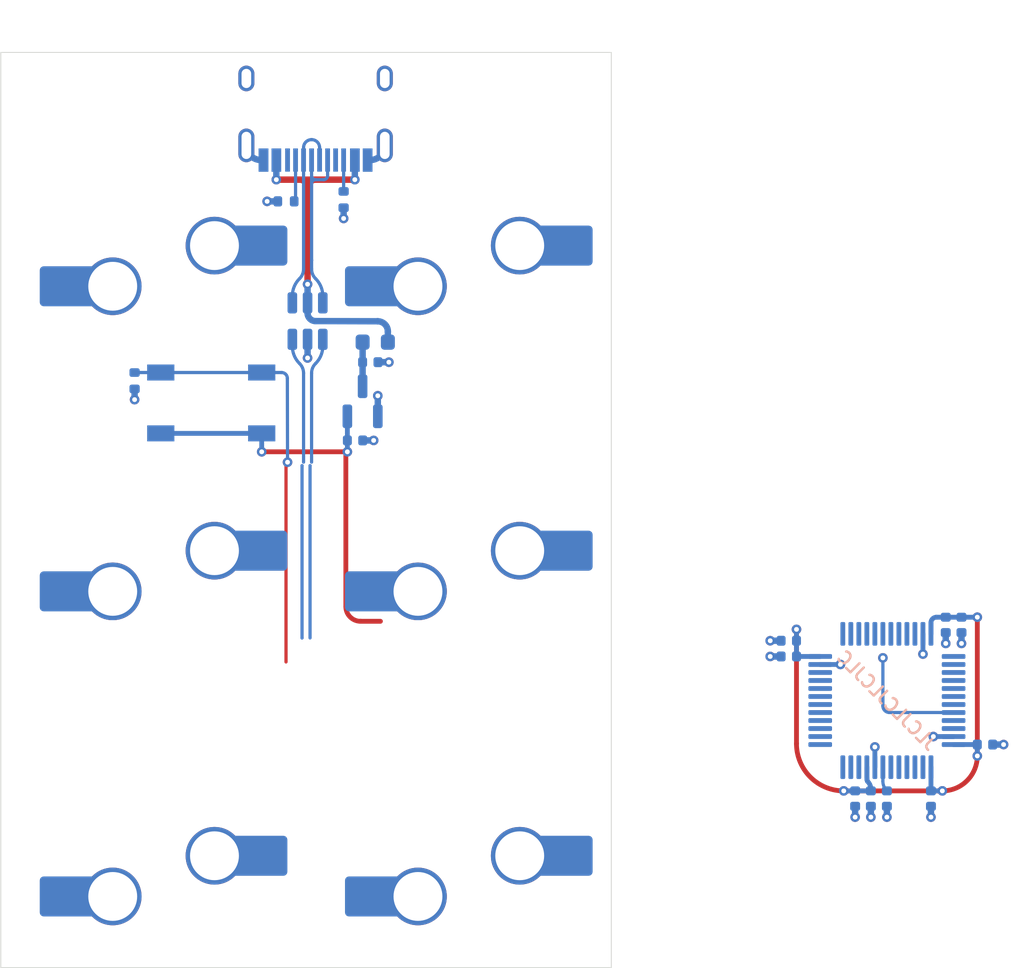
<source format=kicad_pcb>
(kicad_pcb (version 20240108) (generator "pcbnew") (generator_version "8.0")
  (title_block (title "ScottoModules (STM32F072CBT6)") (date "2024-07-13") (rev "2.0.0") (company "ScottoKeebs") (comment 1 "GND filled zone should be on In1.Cu and In2.Cu on a 4 layer board.") (comment 2 "GND can be used on F.Cu and B.Cu on a 2 layer board but not encouraged."))
  (layers (0 "F.Cu" signal) (1 "In1.Cu" signal) (2 "In2.Cu" signal) (31 "B.Cu" signal) (34 "B.Paste" user) (35 "F.Paste" user) (36 "B.SilkS" user "B.Silkscreen") (37 "F.SilkS" user "F.Silkscreen") (38 "B.Mask" user) (39 "F.Mask" user) (44 "Edge.Cuts" user))
  (net 0 "")
  (net 1 "GND")
  (net 2 "+3.3V")
  (net 3 "+5V")
  (net 4 "VBUS")
  (net 5 "/USB_D+")
  (net 6 "Net-(J1-CC1)")
  (net 7 "/USB_D-")
  (net 8 "Net-(J1-CC2)")
  (net 9 "/A7")
  (net 10 "/A0")
  (net 11 "/A6")
  (net 12 "/A9")
  (net 13 "/A5")
  (net 14 "/A3")
  (net 15 "/A1")
  (net 16 "/A8")
  (net 17 "/A4")
  (net 18 "/A13")
  (net 19 "/A14")
  (net 20 "/A15")
  (net 21 "/A10")
  (net 22 "/A2")
  (net 23 "/MCU_D-")
  (net 24 "/MCU_D+")
  (net 25 "/NRST")
  (net 26 "/BOOT0")
  (net 27 "/B12")
  (net 28 "/B3")
  (net 29 "/B6")
  (net 30 "/B0")
  (net 31 "/B8")
  (net 32 "/B7")
  (net 33 "/B2")
  (net 34 "/B4")
  (net 35 "/B1")
  (net 36 "/B13")
  (net 37 "/F1")
  (net 38 "/B9")
  (net 39 "/C13")
  (net 40 "/B10")
  (net 41 "/C14")
  (net 42 "/B15")
  (net 43 "/F0")
  (net 44 "/C15")
  (net 45 "/B11")
  (net 46 "/B5")
  (net 47 "/B14")
  (footprint "ScottoKeebs_Components:Resistor_0402" (layer "B.Cu") (at 153.507494 79.617558 -90)
    (property "Reference" "R3" (hide yes))
    (property "Value" "5.1k" (hide yes))
    (pad "1" smd roundrect (at -0.51 0 270) (size 0.54 0.64) (layers "B.Cu" "B.Paste" "B.Mask") (net 8 "Net-(J1-CC2)"))
    (pad "2" smd roundrect (at 0.51 0 270) (size 0.54 0.64) (layers "B.Cu" "B.Paste" "B.Mask") (net 1 "GND"))
  )
  (footprint "ScottoKeebs_Components:Capacitor_0402" (layer "B.Cu") (at 191.084953 106.17503 90)
    (property "Reference" "C16" (hide yes))
    (property "Value" "100nF")
    (pad "1" smd roundrect (at -0.48 0 90) (size 0.56 0.62) (layers "B.Cu" "B.Paste" "B.Mask") (net 1 "GND"))
    (pad "2" smd roundrect (at 0.48 0 90) (size 0.56 0.62) (layers "B.Cu" "B.Paste" "B.Mask") (net 2 "+3.3V"))
  )
  (footprint "ScottoKeebs_Scotto:MX_Hotswap_1.00u" (layer "B.Cu") (at 142.272445 83.762005 180)
    (property "Reference" "REF**" (hide yes))
    (property "Value" "MX_1.00u_PG151101S11")
    (pad "" np_thru_hole circle (at -4.445 3.81) (size 1.75 1.75) (drill 1.75) (layers "F&B.Cu" "*.Mask") (clearance 0.1))
    (pad "" np_thru_hole circle (at 0.635 3.81) (size 4 4) (drill 4) (layers "*.Cu" "*.Mask"))
    (pad "" np_thru_hole circle (at 5.715 3.81) (size 1.75 1.75) (drill 1.75) (layers "*.Cu" "*.Mask"))
    (pad "1" smd roundrect (at -5.95 1.27) (size 3.55 2.5) (layers "B.Cu") (roundrect_rratio 0.1))
    (pad "1" thru_hole circle (at -3.175 1.27) (size 3.6 3.6) (drill 3.05) (layers "*.Cu" "*.Mask"))
    (pad "2" thru_hole circle (at 3.175 -1.27) (size 3.6 3.6) (drill 3.05) (layers "*.Cu" "*.Mask"))
    (pad "2" smd roundrect (at 5.955 -1.27) (size 3.55 2.5) (layers "B.Cu") (roundrect_rratio 0.1))
  )
  (footprint "ScottoKeebs_Components:USB_C_HRO_TYPE-C-31-M-12" (layer "B.Cu") (at 151.757492 73.105058)
    (property "Reference" "J1" (hide yes))
    (property "Value" "USB_C")
    (pad "" np_thru_hole circle (at -2.89 2.6) (size 0.65 0.65) (drill 0.65) (layers "*.Cu" "*.Mask"))
    (pad "" np_thru_hole circle (at 2.89 2.6) (size 0.65 0.65) (drill 0.65) (layers "*.Cu" "*.Mask"))
    (pad "A1" smd rect (at -3.25 4.045) (size 0.6 1.45) (layers "B.Cu" "B.Paste" "B.Mask") (net 1 "GND"))
    (pad "A4" smd rect (at -2.45 4.045) (size 0.6 1.45) (layers "B.Cu" "B.Paste" "B.Mask") (net 4 "VBUS"))
    (pad "A5" smd rect (at -1.25 4.045) (size 0.3 1.45) (layers "B.Cu" "B.Paste" "B.Mask") (net 6 "Net-(J1-CC1)"))
    (pad "A6" smd rect (at -0.25 4.045) (size 0.3 1.45) (layers "B.Cu" "B.Paste" "B.Mask") (net 5 "/USB_D+"))
    (pad "A7" smd rect (at 0.25 4.045) (size 0.3 1.45) (layers "B.Cu" "B.Paste" "B.Mask") (net 7 "/USB_D-"))
    (pad "A8" smd rect (at 1.25 4.045) (size 0.3 1.45) (layers "B.Cu" "B.Paste" "B.Mask"))
    (pad "A9" smd rect (at 2.45 4.045) (size 0.6 1.45) (layers "B.Cu" "B.Paste" "B.Mask") (net 4 "VBUS"))
    (pad "A12" smd rect (at 3.25 4.045) (size 0.6 1.45) (layers "B.Cu" "B.Paste" "B.Mask") (net 1 "GND"))
    (pad "B1" smd rect (at 3.25 4.045) (size 0.6 1.45) (layers "B.Cu" "B.Paste" "B.Mask") (net 1 "GND"))
    (pad "B4" smd rect (at 2.45 4.045) (size 0.6 1.45) (layers "B.Cu" "B.Paste" "B.Mask") (net 4 "VBUS"))
    (pad "B5" smd rect (at 1.75 4.045) (size 0.3 1.45) (layers "B.Cu" "B.Paste" "B.Mask") (net 8 "Net-(J1-CC2)"))
    (pad "B6" smd rect (at 0.75 4.045) (size 0.3 1.45) (layers "B.Cu" "B.Paste" "B.Mask") (net 5 "/USB_D+"))
    (pad "B7" smd rect (at -0.75 4.045) (size 0.3 1.45) (layers "B.Cu" "B.Paste" "B.Mask") (net 7 "/USB_D-"))
    (pad "B8" smd rect (at -1.75 4.045) (size 0.3 1.45) (layers "B.Cu" "B.Paste" "B.Mask"))
    (pad "B9" smd rect (at -2.45 4.045) (size 0.6 1.45) (layers "B.Cu" "B.Paste" "B.Mask") (net 4 "VBUS"))
    (pad "B12" smd rect (at -3.25 4.045) (size 0.6 1.45) (layers "B.Cu" "B.Paste" "B.Mask") (net 1 "GND"))
    (pad "S1" thru_hole oval (at -4.32 -1.05) (size 1 1.6) (drill oval 0.6 1.2) (layers "*.Cu" "*.Mask") (net 1 "GND"))
    (pad "S1" thru_hole oval (at -4.32 3.13) (size 1 2.1) (drill oval 0.6 1.7) (layers "*.Cu" "*.Mask") (net 1 "GND"))
    (pad "S1" thru_hole oval (at 4.32 -1.05) (size 1 1.6) (drill oval 0.6 1.2) (layers "*.Cu" "*.Mask") (net 1 "GND"))
    (pad "S1" thru_hole oval (at 4.32 3.13) (size 1 2.1) (drill oval 0.6 1.7) (layers "*.Cu" "*.Mask") (net 1 "GND"))
  )
  (footprint "ScottoKeebs_Components:ESD_SOT-23-6" (layer "B.Cu") (at 151.257492 87.205058 90)
    (property "Reference" "U4" (hide yes))
    (property "Value" "USBLC6-2SC6" (hide yes))
    (pad "1" smd roundrect (at -1.1375 0.95 90) (size 1.325 0.6) (layers "B.Cu" "B.Paste" "B.Mask") (net 24 "/MCU_D+"))
    (pad "2" smd roundrect (at -1.1375 0 90) (size 1.325 0.6) (layers "B.Cu" "B.Paste" "B.Mask") (net 1 "GND"))
    (pad "3" smd roundrect (at -1.1375 -0.95 90) (size 1.325 0.6) (layers "B.Cu" "B.Paste" "B.Mask") (net 23 "/MCU_D-"))
    (pad "4" smd roundrect (at 1.1375 -0.95 90) (size 1.325 0.6) (layers "B.Cu" "B.Paste" "B.Mask") (net 7 "/USB_D-"))
    (pad "5" smd roundrect (at 1.1375 0 90) (size 1.325 0.6) (layers "B.Cu" "B.Paste" "B.Mask") (net 4 "VBUS"))
    (pad "6" smd roundrect (at 1.1375 0.95 90) (size 1.325 0.6) (layers "B.Cu" "B.Paste" "B.Mask") (net 5 "/USB_D+"))
  )
  (footprint "ScottoKeebs_Scotto:MX_Hotswap_1.00u" (layer "B.Cu") (at 142.272445 102.812005 180)
    (property "Reference" "REF**" (hide yes))
    (property "Value" "MX_1.00u_PG151101S11")
    (pad "" np_thru_hole circle (at -4.445 3.81) (size 1.75 1.75) (drill 1.75) (layers "F&B.Cu" "*.Mask") (clearance 0.1))
    (pad "" np_thru_hole circle (at 0.635 3.81) (size 4 4) (drill 4) (layers "*.Cu" "*.Mask"))
    (pad "" np_thru_hole circle (at 5.715 3.81) (size 1.75 1.75) (drill 1.75) (layers "*.Cu" "*.Mask"))
    (pad "1" smd roundrect (at -5.95 1.27) (size 3.55 2.5) (layers "B.Cu") (roundrect_rratio 0.1))
    (pad "1" thru_hole circle (at -3.175 1.27) (size 3.6 3.6) (drill 3.05) (layers "*.Cu" "*.Mask"))
    (pad "2" thru_hole circle (at 3.175 -1.27) (size 3.6 3.6) (drill 3.05) (layers "*.Cu" "*.Mask"))
    (pad "2" smd roundrect (at 5.955 -1.27) (size 3.55 2.5) (layers "B.Cu") (roundrect_rratio 0.1))
  )
  (footprint "ScottoKeebs_Components:Capacitor_0402" (layer "B.Cu") (at 193.534946 113.647529 180)
    (property "Reference" "C13" (hide yes))
    (property "Value" "100nF")
    (pad "1" smd roundrect (at -0.48 0 180) (size 0.56 0.62) (layers "B.Cu" "B.Paste" "B.Mask") (net 1 "GND"))
    (pad "2" smd roundrect (at 0.48 0 180) (size 0.56 0.62) (layers "B.Cu" "B.Paste" "B.Mask") (net 2 "+3.3V"))
  )
  (footprint "ScottoKeebs_Components:Capacitor_0402" (layer "B.Cu") (at 186.412446 117.020029 90)
    (property "Reference" "C14" (hide yes))
    (property "Value" "10nF")
    (pad "1" smd roundrect (at -0.48 0 90) (size 0.56 0.62) (layers "B.Cu" "B.Paste" "B.Mask") (net 1 "GND"))
    (pad "2" smd roundrect (at 0.48 0 90) (size 0.56 0.62) (layers "B.Cu" "B.Paste" "B.Mask") (net 2 "+3.3V"))
  )
  (footprint "ScottoKeebs_Scotto:MX_Hotswap_1.00u" (layer "B.Cu") (at 142.272445 121.862005 180)
    (property "Reference" "REF**" (hide yes))
    (property "Value" "MX_1.00u_PG151101S11")
    (pad "" np_thru_hole circle (at -4.445 3.81) (size 1.75 1.75) (drill 1.75) (layers "F&B.Cu" "*.Mask") (clearance 0.1))
    (pad "" np_thru_hole circle (at 0.635 3.81) (size 4 4) (drill 4) (layers "*.Cu" "*.Mask"))
    (pad "" np_thru_hole circle (at 5.715 3.81) (size 1.75 1.75) (drill 1.75) (layers "*.Cu" "*.Mask"))
    (pad "1" smd roundrect (at -5.95 1.27) (size 3.55 2.5) (layers "B.Cu") (roundrect_rratio 0.1))
    (pad "1" thru_hole circle (at -3.175 1.27) (size 3.6 3.6) (drill 3.05) (layers "*.Cu" "*.Mask"))
    (pad "2" thru_hole circle (at 3.175 -1.27) (size 3.6 3.6) (drill 3.05) (layers "*.Cu" "*.Mask"))
    (pad "2" smd roundrect (at 5.955 -1.27) (size 3.55 2.5) (layers "B.Cu") (roundrect_rratio 0.1))
  )
  (footprint "ScottoKeebs_Scotto:MX_Hotswap_1.00u" (layer "B.Cu") (at 161.322445 83.762005 180)
    (property "Reference" "REF**" (hide yes))
    (property "Value" "MX_1.00u_PG151101S11")
    (pad "" np_thru_hole circle (at -4.445 3.81) (size 1.75 1.75) (drill 1.75) (layers "F&B.Cu" "*.Mask") (clearance 0.1))
    (pad "" np_thru_hole circle (at 0.635 3.81) (size 4 4) (drill 4) (layers "*.Cu" "*.Mask"))
    (pad "" np_thru_hole circle (at 5.715 3.81) (size 1.75 1.75) (drill 1.75) (layers "*.Cu" "*.Mask"))
    (pad "1" smd roundrect (at -5.95 1.27) (size 3.55 2.5) (layers "B.Cu") (roundrect_rratio 0.1))
    (pad "1" thru_hole circle (at -3.175 1.27) (size 3.6 3.6) (drill 3.05) (layers "*.Cu" "*.Mask"))
    (pad "2" thru_hole circle (at 3.175 -1.27) (size 3.6 3.6) (drill 3.05) (layers "*.Cu" "*.Mask"))
    (pad "2" smd roundrect (at 5.955 -1.27) (size 3.55 2.5) (layers "B.Cu") (roundrect_rratio 0.1))
  )
  (footprint "ScottoKeebs_Scotto:MX_Hotswap_1.00u" (layer "B.Cu") (at 161.322445 121.862005 180)
    (property "Reference" "REF**" (hide yes))
    (property "Value" "MX_1.00u_PG151101S11")
    (pad "" np_thru_hole circle (at -4.445 3.81) (size 1.75 1.75) (drill 1.75) (layers "F&B.Cu" "*.Mask") (clearance 0.1))
    (pad "" np_thru_hole circle (at 0.635 3.81) (size 4 4) (drill 4) (layers "*.Cu" "*.Mask"))
    (pad "" np_thru_hole circle (at 5.715 3.81) (size 1.75 1.75) (drill 1.75) (layers "*.Cu" "*.Mask"))
    (pad "1" smd roundrect (at -5.95 1.27) (size 3.55 2.5) (layers "B.Cu") (roundrect_rratio 0.1))
    (pad "1" thru_hole circle (at -3.175 1.27) (size 3.6 3.6) (drill 3.05) (layers "*.Cu" "*.Mask"))
    (pad "2" thru_hole circle (at 3.175 -1.27) (size 3.6 3.6) (drill 3.05) (layers "*.Cu" "*.Mask"))
    (pad "2" smd roundrect (at 5.955 -1.27) (size 3.55 2.5) (layers "B.Cu") (roundrect_rratio 0.1))
  )
  (footprint "ScottoKeebs_Components:Package_LQFP-48_7x7mm_P0.5" (layer "B.Cu") (at 187.412446 110.897529 90)
    (property "Reference" "U1" (hide yes))
    (property "Value" "STM32F072CBT6" (hide yes))
    (pad "1" smd roundrect (at -4.1625 2.75 90) (size 1.475 0.3) (layers "B.Cu" "B.Paste" "B.Mask") (net 2 "+3.3V"))
    (pad "2" smd roundrect (at -4.1625 2.25 90) (size 1.475 0.3) (layers "B.Cu" "B.Paste" "B.Mask") (net 39 "/C13"))
    (pad "3" smd roundrect (at -4.1625 1.75 90) (size 1.475 0.3) (layers "B.Cu" "B.Paste" "B.Mask") (net 41 "/C14"))
    (pad "4" smd roundrect (at -4.1625 1.25 90) (size 1.475 0.3) (layers "B.Cu" "B.Paste" "B.Mask") (net 44 "/C15"))
    (pad "5" smd roundrect (at -4.1625 0.75 90) (size 1.475 0.3) (layers "B.Cu" "B.Paste" "B.Mask") (net 43 "/F0"))
    (pad "6" smd roundrect (at -4.1625 0.25 90) (size 1.475 0.3) (layers "B.Cu" "B.Paste" "B.Mask") (net 37 "/F1"))
    (pad "7" smd roundrect (at -4.1625 -0.25 90) (size 1.475 0.3) (layers "B.Cu" "B.Paste" "B.Mask") (net 25 "/NRST"))
    (pad "8" smd roundrect (at -4.1625 -0.75 90) (size 1.475 0.3) (layers "B.Cu" "B.Paste" "B.Mask") (net 1 "GND"))
    (pad "9" smd roundrect (at -4.1625 -1.25 90) (size 1.475 0.3) (layers "B.Cu" "B.Paste" "B.Mask") (net 2 "+3.3V"))
    (pad "10" smd roundrect (at -4.1625 -1.75 90) (size 1.475 0.3) (layers "B.Cu" "B.Paste" "B.Mask") (net 10 "/A0"))
    (pad "11" smd roundrect (at -4.1625 -2.25 90) (size 1.475 0.3) (layers "B.Cu" "B.Paste" "B.Mask") (net 15 "/A1"))
    (pad "12" smd roundrect (at -4.1625 -2.75 90) (size 1.475 0.3) (layers "B.Cu" "B.Paste" "B.Mask") (net 22 "/A2"))
    (pad "13" smd roundrect (at -2.75 -4.1625 90) (size 0.3 1.475) (layers "B.Cu" "B.Paste" "B.Mask") (net 14 "/A3"))
    (pad "14" smd roundrect (at -2.25 -4.1625 90) (size 0.3 1.475) (layers "B.Cu" "B.Paste" "B.Mask") (net 17 "/A4"))
    (pad "15" smd roundrect (at -1.75 -4.1625 90) (size 0.3 1.475) (layers "B.Cu" "B.Paste" "B.Mask") (net 13 "/A5"))
    (pad "16" smd roundrect (at -1.25 -4.1625 90) (size 0.3 1.475) (layers "B.Cu" "B.Paste" "B.Mask") (net 11 "/A6"))
    (pad "17" smd roundrect (at -0.75 -4.1625 90) (size 0.3 1.475) (layers "B.Cu" "B.Paste" "B.Mask") (net 9 "/A7"))
    (pad "18" smd roundrect (at -0.25 -4.1625 90) (size 0.3 1.475) (layers "B.Cu" "B.Paste" "B.Mask") (net 30 "/B0"))
    (pad "19" smd roundrect (at 0.25 -4.1625 90) (size 0.3 1.475) (layers "B.Cu" "B.Paste" "B.Mask") (net 35 "/B1"))
    (pad "20" smd roundrect (at 0.75 -4.1625 90) (size 0.3 1.475) (layers "B.Cu" "B.Paste" "B.Mask") (net 33 "/B2"))
    (pad "21" smd roundrect (at 1.25 -4.1625 90) (size 0.3 1.475) (layers "B.Cu" "B.Paste" "B.Mask") (net 40 "/B10"))
    (pad "22" smd roundrect (at 1.75 -4.1625 90) (size 0.3 1.475) (layers "B.Cu" "B.Paste" "B.Mask") (net 45 "/B11"))
    (pad "23" smd roundrect (at 2.25 -4.1625 90) (size 0.3 1.475) (layers "B.Cu" "B.Paste" "B.Mask") (net 1 "GND"))
    (pad "24" smd roundrect (at 2.75 -4.1625 90) (size 0.3 1.475) (layers "B.Cu" "B.Paste" "B.Mask") (net 2 "+3.3V"))
    (pad "25" smd roundrect (at 4.1625 -2.75 90) (size 1.475 0.3) (layers "B.Cu" "B.Paste" "B.Mask") (net 27 "/B12"))
    (pad "26" smd roundrect (at 4.1625 -2.25 90) (size 1.475 0.3) (layers "B.Cu" "B.Paste" "B.Mask") (net 36 "/B13"))
    (pad "27" smd roundrect (at 4.1625 -1.75 90) (size 1.475 0.3) (layers "B.Cu" "B.Paste" "B.Mask") (net 47 "/B14"))
    (pad "28" smd roundrect (at 4.1625 -1.25 90) (size 1.475 0.3) (layers "B.Cu" "B.Paste" "B.Mask") (net 42 "/B15"))
    (pad "29" smd roundrect (at 4.1625 -0.75 90) (size 1.475 0.3) (layers "B.Cu" "B.Paste" "B.Mask") (net 16 "/A8"))
    (pad "30" smd roundrect (at 4.1625 -0.25 90) (size 1.475 0.3) (layers "B.Cu" "B.Paste" "B.Mask") (net 12 "/A9"))
    (pad "31" smd roundrect (at 4.1625 0.25 90) (size 1.475 0.3) (layers "B.Cu" "B.Paste" "B.Mask") (net 21 "/A10"))
    (pad "32" smd roundrect (at 4.1625 0.75 90) (size 1.475 0.3) (layers "B.Cu" "B.Paste" "B.Mask") (net 23 "/MCU_D-"))
    (pad "33" smd roundrect (at 4.1625 1.25 90) (size 1.475 0.3) (layers "B.Cu" "B.Paste" "B.Mask") (net 24 "/MCU_D+"))
    (pad "34" smd roundrect (at 4.1625 1.75 90) (size 1.475 0.3) (layers "B.Cu" "B.Paste" "B.Mask") (net 18 "/A13"))
    (pad "35" smd roundrect (at 4.1625 2.25 90) (size 1.475 0.3) (layers "B.Cu" "B.Paste" "B.Mask") (net 1 "GND"))
    (pad "36" smd roundrect (at 4.1625 2.75 90) (size 1.475 0.3) (layers "B.Cu" "B.Paste" "B.Mask") (net 2 "+3.3V"))
    (pad "37" smd roundrect (at 2.75 4.1625 90) (size 0.3 1.475) (layers "B.Cu" "B.Paste" "B.Mask") (net 19 "/A14"))
    (pad "38" smd roundrect (at 2.25 4.1625 90) (size 0.3 1.475) (layers "B.Cu" "B.Paste" "B.Mask") (net 20 "/A15"))
    (pad "39" smd roundrect (at 1.75 4.1625 90) (size 0.3 1.475) (layers "B.Cu" "B.Paste" "B.Mask") (net 28 "/B3"))
    (pad "40" smd roundrect (at 1.25 4.1625 90) (size 0.3 1.475) (layers "B.Cu" "B.Paste" "B.Mask") (net 34 "/B4"))
    (pad "41" smd roundrect (at 0.75 4.1625 90) (size 0.3 1.475) (layers "B.Cu" "B.Paste" "B.Mask") (net 46 "/B5"))
    (pad "42" smd roundrect (at 0.25 4.1625 90) (size 0.3 1.475) (layers "B.Cu" "B.Paste" "B.Mask") (net 29 "/B6"))
    (pad "43" smd roundrect (at -0.25 4.1625 90) (size 0.3 1.475) (layers "B.Cu" "B.Paste" "B.Mask") (net 32 "/B7"))
    (pad "44" smd roundrect (at -0.75 4.1625 90) (size 0.3 1.475) (layers "B.Cu" "B.Paste" "B.Mask") (net 26 "/BOOT0"))
    (pad "45" smd roundrect (at -1.25 4.1625 90) (size 0.3 1.475) (layers "B.Cu" "B.Paste" "B.Mask") (net 31 "/B8"))
    (pad "46" smd roundrect (at -1.75 4.1625 90) (size 0.3 1.475) (layers "B.Cu" "B.Paste" "B.Mask") (net 38 "/B9"))
    (pad "47" smd roundrect (at -2.25 4.1625 90) (size 0.3 1.475) (layers "B.Cu" "B.Paste" "B.Mask") (net 1 "GND"))
    (pad "48" smd roundrect (at -2.75 4.1625 90) (size 0.3 1.475) (layers "B.Cu" "B.Paste" "B.Mask") (net 2 "+3.3V"))
  )
  (footprint "ScottoKeebs_Components:Capacitor_0402" (layer "B.Cu") (at 181.289945 108.147526)
    (property "Reference" "C11" (hide yes))
    (property "Value" "100nF")
    (pad "1" smd roundrect (at -0.48 0) (size 0.56 0.62) (layers "B.Cu" "B.Paste" "B.Mask") (net 1 "GND"))
    (pad "2" smd roundrect (at 0.48 0) (size 0.56 0.62) (layers "B.Cu" "B.Paste" "B.Mask") (net 2 "+3.3V"))
  )
  (footprint "ScottoKeebs_Components:Capacitor_0402" (layer "B.Cu") (at 155.172243 89.772555)
    (property "Reference" "C8" (hide yes))
    (property "Value" "1uF")
    (pad "1" smd roundrect (at -0.48 0) (size 0.56 0.62) (layers "B.Cu" "B.Paste" "B.Mask") (net 3 "+5V"))
    (pad "2" smd roundrect (at 0.48 0) (size 0.56 0.62) (layers "B.Cu" "B.Paste" "B.Mask") (net 1 "GND"))
  )
  (footprint "ScottoKeebs_Components:Capacitor_0402" (layer "B.Cu") (at 190.162445 117.02003 90)
    (property "Reference" "C10" (hide yes))
    (property "Value" "100nF")
    (pad "1" smd roundrect (at -0.48 0 90) (size 0.56 0.62) (layers "B.Cu" "B.Paste" "B.Mask") (net 1 "GND"))
    (pad "2" smd roundrect (at 0.48 0 90) (size 0.56 0.62) (layers "B.Cu" "B.Paste" "B.Mask") (net 2 "+3.3V"))
  )
  (footprint "ScottoKeebs_Components:Capacitor_0402" (layer "B.Cu") (at 185.429946 117.02003 90)
    (property "Reference" "C15" (hide yes))
    (property "Value" "1uF")
    (pad "1" smd roundrect (at -0.48 0 90) (size 0.56 0.62) (layers "B.Cu" "B.Paste" "B.Mask") (net 1 "GND"))
    (pad "2" smd roundrect (at 0.48 0 90) (size 0.56 0.62) (layers "B.Cu" "B.Paste" "B.Mask") (net 2 "+3.3V"))
  )
  (footprint "ScottoKeebs_Scotto:MX_Hotswap_1.00u" (layer "B.Cu") (at 161.322445 102.812005 180)
    (property "Reference" "REF**" (hide yes))
    (property "Value" "MX_1.00u_PG151101S11")
    (pad "" np_thru_hole circle (at -4.445 3.81) (size 1.75 1.75) (drill 1.75) (layers "F&B.Cu" "*.Mask") (clearance 0.1))
    (pad "" np_thru_hole circle (at 0.635 3.81) (size 4 4) (drill 4) (layers "*.Cu" "*.Mask"))
    (pad "" np_thru_hole circle (at 5.715 3.81) (size 1.75 1.75) (drill 1.75) (layers "*.Cu" "*.Mask"))
    (pad "1" smd roundrect (at -5.95 1.27) (size 3.55 2.5) (layers "B.Cu") (roundrect_rratio 0.1))
    (pad "1" thru_hole circle (at -3.175 1.27) (size 3.6 3.6) (drill 3.05) (layers "*.Cu" "*.Mask"))
    (pad "2" thru_hole circle (at 3.175 -1.27) (size 3.6 3.6) (drill 3.05) (layers "*.Cu" "*.Mask"))
    (pad "2" smd roundrect (at 5.955 -1.27) (size 3.55 2.5) (layers "B.Cu") (roundrect_rratio 0.1))
  )
  (footprint "ScottoKeebs_Components:Resistor_0402" (layer "B.Cu") (at 149.912492 79.730058 180)
    (property "Reference" "R2" (hide yes))
    (property "Value" "5.1k" (hide yes))
    (pad "1" smd roundrect (at -0.51 0 180) (size 0.54 0.64) (layers "B.Cu" "B.Paste" "B.Mask") (net 6 "Net-(J1-CC1)"))
    (pad "2" smd roundrect (at 0.51 0 180) (size 0.54 0.64) (layers "B.Cu" "B.Paste" "B.Mask") (net 1 "GND"))
  )
  (footprint "ScottoKeebs_Components:Capacitor_0402" (layer "B.Cu") (at 187.412445 117.020029 -90)
    (property "Reference" "C7" (hide yes))
    (property "Value" "100nF")
    (pad "1" smd roundrect (at -0.48 0 270) (size 0.56 0.62) (layers "B.Cu" "B.Paste" "B.Mask") (net 25 "/NRST"))
    (pad "2" smd roundrect (at 0.48 0 270) (size 0.56 0.62) (layers "B.Cu" "B.Paste" "B.Mask") (net 1 "GND"))
  )
  (footprint "ScottoKeebs_Components:Capacitor_0402" (layer "B.Cu") (at 192.067446 106.175032 90)
    (property "Reference" "C17" (hide yes))
    (property "Value" "4.7uF")
    (pad "1" smd roundrect (at -0.48 0 90) (size 0.56 0.62) (layers "B.Cu" "B.Paste" "B.Mask") (net 1 "GND"))
    (pad "2" smd roundrect (at 0.48 0 90) (size 0.56 0.62) (layers "B.Cu" "B.Paste" "B.Mask") (net 2 "+3.3V"))
  )
  (footprint "ScottoKeebs_Components:Voltage_SOT-23" (layer "B.Cu") (at 154.691243 92.215055 90)
    (property "Reference" "U3" (hide yes))
    (property "Value" "XC6206")
    (pad "1" smd roundrect (at -0.9375 0.95 90) (size 1.475 0.6) (layers "B.Cu" "B.Paste" "B.Mask") (net 1 "GND"))
    (pad "2" smd roundrect (at -0.9375 -0.95 90) (size 1.475 0.6) (layers "B.Cu" "B.Paste" "B.Mask") (net 2 "+3.3V"))
    (pad "3" smd roundrect (at 0.9375 0 90) (size 1.475 0.6) (layers "B.Cu" "B.Paste" "B.Mask") (net 3 "+5V"))
  )
  (footprint "ScottoKeebs_Components:Resistor_0402" (layer "B.Cu") (at 140.462496 90.930053 90)
    (property "Reference" "R1" (hide yes))
    (property "Value" "10k" (hide yes))
    (pad "1" smd roundrect (at -0.51 0 90) (size 0.54 0.64) (layers "B.Cu" "B.Paste" "B.Mask") (net 1 "GND"))
    (pad "2" smd roundrect (at 0.51 0 90) (size 0.54 0.64) (layers "B.Cu" "B.Paste" "B.Mask") (net 26 "/BOOT0"))
  )
  (footprint "ScottoKeebs_Components:Fuse_0603" (layer "B.Cu") (at 155.481241 88.520055 180)
    (property "Reference" "F1" (hide yes))
    (property "Value" "500mA" (hide yes))
    (pad "1" smd roundrect (at -0.7875 0 180) (size 0.875 0.95) (layers "B.Cu" "B.Paste" "B.Mask") (net 4 "VBUS"))
    (pad "2" smd roundrect (at 0.7875 0 180) (size 0.875 0.95) (layers "B.Cu" "B.Paste" "B.Mask") (net 3 "+5V"))
  )
  (footprint "ScottoKeebs_Components:Button_TL3342" (layer "B.Cu") (at 145.244992 92.317559)
    (property "Reference" "SW1" (hide yes))
    (property "Value" "SW_Push")
    (pad "1" smd rect (at -3.15 1.9) (size 1.7 1) (layers "B.Cu" "B.Paste" "B.Mask") (net 2 "+3.3V"))
    (pad "1" smd rect (at 3.15 1.9) (size 1.7 1) (layers "B.Cu" "B.Paste" "B.Mask") (net 2 "+3.3V"))
    (pad "2" smd rect (at -3.15 -1.9) (size 1.7 1) (layers "B.Cu" "B.Paste" "B.Mask") (net 26 "/BOOT0"))
    (pad "2" smd rect (at 3.15 -1.9) (size 1.7 1) (layers "B.Cu" "B.Paste" "B.Mask") (net 26 "/BOOT0"))
  )
  (footprint "ScottoKeebs_Components:Capacitor_0402" (layer "B.Cu") (at 154.221243 94.657555)
    (property "Reference" "C9" (hide yes))
    (property "Value" "1uF")
    (pad "1" smd roundrect (at -0.48 0) (size 0.56 0.62) (layers "B.Cu" "B.Paste" "B.Mask") (net 2 "+3.3V"))
    (pad "2" smd roundrect (at 0.48 0) (size 0.56 0.62) (layers "B.Cu" "B.Paste" "B.Mask") (net 1 "GND"))
  )
  (footprint "ScottoKeebs_Components:Capacitor_0402" (layer "B.Cu") (at 181.289938 107.165026)
    (property "Reference" "C12" (hide yes))
    (property "Value" "4.7uF")
    (pad "1" smd roundrect (at -0.48 0) (size 0.56 0.62) (layers "B.Cu" "B.Paste" "B.Mask") (net 1 "GND"))
    (pad "2" smd roundrect (at 0.48 0) (size 0.56 0.62) (layers "B.Cu" "B.Paste" "B.Mask") (net 2 "+3.3V"))
  )
  (gr_rect (start 132.112445 70.427005) (end 170.212445 127.577005) (stroke (width 0.05)) (fill none) (layer "Edge.Cuts"))
  (gr_text "JLCJLCJLCJLC" (at 187.412446 110.897529 -45) (layer "B.SilkS") (effects (font (size 0.8 0.8)) (justify mirror)))
  (via (at 140.462494 92.11005) (size 0.6) (drill 0.3) (layers "F.Cu" "B.Cu") (net 1))
  (via (at 187.412445 118.180029) (size 0.6) (drill 0.3) (layers "F.Cu" "B.Cu") (net 1))
  (via (at 180.129945 108.147527) (size 0.6) (drill 0.3) (layers "F.Cu" "B.Cu") (net 1))
  (via (at 180.129946 107.165023) (size 0.6) (drill 0.3) (layers "F.Cu" "B.Cu") (net 1))
  (via (at 190.162449 118.180029) (size 0.6) (drill 0.3) (layers "F.Cu" "B.Cu") (net 1))
  (via (at 153.507497 80.797559) (size 0.6) (drill 0.3) (layers "F.Cu" "B.Cu") (net 1))
  (via (at 155.639993 91.867563) (size 0.6) (drill 0.3) (layers "F.Cu" "B.Cu") (net 1))
  (via (at 186.662446 113.797529) (size 0.6) (drill 0.3) (layers "F.Cu" "B.Cu") (net 1))
  (via (at 189.662446 107.997529) (size 0.6) (drill 0.3) (layers "F.Cu" "B.Cu") (net 1))
  (via (at 190.312446 113.147529) (size 0.6) (drill 0.3) (layers "F.Cu" "B.Cu") (net 1))
  (via (at 185.429947 118.180031) (size 0.6) (drill 0.3) (layers "F.Cu" "B.Cu") (net 1))
  (via (at 184.512446 108.647529) (size 0.6) (drill 0.3) (layers "F.Cu" "B.Cu") (net 1))
  (via (at 151.256615 89.508706) (size 0.6) (drill 0.3) (layers "F.Cu" "B.Cu") (net 1))
  (via (at 156.332243 89.772555) (size 0.6) (drill 0.3) (layers "F.Cu" "B.Cu") (net 1))
  (via (at 192.067448 107.335033) (size 0.6) (drill 0.3) (layers "F.Cu" "B.Cu") (net 1))
  (via (at 194.694946 113.647529) (size 0.6) (drill 0.3) (layers "F.Cu" "B.Cu") (net 1))
  (via (at 191.084947 107.335032) (size 0.6) (drill 0.3) (layers "F.Cu" "B.Cu") (net 1))
  (via (at 155.381243 94.657555) (size 0.6) (drill 0.3) (layers "F.Cu" "B.Cu") (net 1))
  (via (at 186.412445 118.180029) (size 0.6) (drill 0.3) (layers "F.Cu" "B.Cu") (net 1))
  (via (at 148.732492 79.730058) (size 0.6) (drill 0.3) (layers "F.Cu" "B.Cu") (net 1))
  (segment (start 189.662446 106.735029) (end 189.662446 107.997529) (width 0.3) (layer "B.Cu") (net 1))
  (segment (start 155.641243 91.868813) (end 155.639993 91.867563) (width 0.4) (layer "B.Cu") (net 1))
  (segment (start 191.084951 106.655029) (end 191.084951 107.335028) (width 0.4) (layer "B.Cu") (net 1))
  (segment (start 149.402492 79.730058) (end 148.732492 79.730058) (width 0.4) (layer "B.Cu") (net 1))
  (segment (start 180.809947 107.165024) (end 180.129946 107.165023) (width 0.4) (layer "B.Cu") (net 1))
  (segment (start 185.429947 117.50003) (end 185.429947 118.180031) (width 0.4) (layer "B.Cu") (net 1))
  (segment (start 186.412445 117.500029) (end 186.412445 118.180029) (width 0.4) (layer "B.Cu") (net 1))
  (segment (start 155.652243 89.772555) (end 156.332243 89.772555) (width 0.4) (layer "B.Cu") (net 1))
  (segment (start 191.084951 107.335028) (end 191.084947 107.335032) (width 0.4) (layer "B.Cu") (net 1))
  (segment (start 155.641243 93.152555) (end 155.641243 91.868813) (width 0.4) (layer "B.Cu") (net 1))
  (segment (start 183.249946 108.647529) (end 184.512446 108.647529) (width 0.3) (layer "B.Cu") (net 1))
  (segment (start 140.462492 91.440055) (end 140.462494 92.11005) (width 0.4) (layer "B.Cu") (net 1))
  (segment (start 151.257492 89.507829) (end 151.256615 89.508706) (width 0.4) (layer "B.Cu") (net 1))
  (segment (start 154.701243 94.657555) (end 155.381243 94.657555) (width 0.4) (layer "B.Cu") (net 1))
  (segment (start 190.162449 117.500028) (end 190.162449 118.180029) (width 0.4) (layer "B.Cu") (net 1))
  (segment (start 180.809945 108.147527) (end 180.129945 108.147527) (width 0.4) (layer "B.Cu") (net 1))
  (segment (start 151.257492 88.342558) (end 151.257492 89.507829) (width 0.4) (layer "B.Cu") (net 1))
  (segment (start 148.507492 77.150058) (end 148.352492 77.150058) (width 0.4) (layer "B.Cu") (net 1))
  (segment (start 187.412445 117.500029) (end 187.412445 118.180029) (width 0.4) (layer "B.Cu") (net 1))
  (segment (start 194.014946 113.647529) (end 194.694946 113.647529) (width 0.4) (layer "B.Cu") (net 1))
  (segment (start 192.067447 107.335032) (end 192.067448 107.335033) (width 0.4) (layer "B.Cu") (net 1))
  (segment (start 186.662446 115.060029) (end 186.662446 113.797529) (width 0.3) (layer "B.Cu") (net 1))
  (segment (start 155.007492 77.150058) (end 155.162492 77.150058) (width 0.4) (layer "B.Cu") (net 1))
  (segment (start 191.574946 113.147529) (end 190.312446 113.147529) (width 0.3) (layer "B.Cu") (net 1))
  (segment (start 153.507494 80.127558) (end 153.507494 80.797552) (width 0.4) (layer "B.Cu") (net 1))
  (segment (start 192.067447 106.655028) (end 192.067447 107.335032) (width 0.4) (layer "B.Cu") (net 1))
  (segment (start 153.507494 80.797552) (end 153.507497 80.797559) (width 0.4) (layer "B.Cu") (net 1))
  (arc (start 155.162492 77.150058) (mid 155.809495 76.882061) (end 156.077492 76.235058) (width 0.4) (layer "B.Cu") (net 1))
  (arc (start 148.352492 77.150058) (mid 147.705489 76.882061) (end 147.437492 76.235058) (width 0.4) (layer "B.Cu") (net 1))
  (segment (start 184.719947 116.540031) (end 184.719946 116.54003) (width 0.3) (layer "F.Cu") (net 2))
  (segment (start 193.054946 114.357531) (end 193.054946 114.357529) (width 0.3) (layer "F.Cu") (net 2))
  (segment (start 193.054946 114.357529) (end 193.054946 105.695031) (width 0.3) (layer "F.Cu") (net 2))
  (segment (start 154.56495 105.949507) (end 155.804945 105.949507) (width 0.3) (layer "F.Cu") (net 2))
  (segment (start 153.646196 95.589502) (end 153.646196 105.030753) (width 0.3) (layer "F.Cu") (net 2))
  (segment (start 190.872446 116.540031) (end 184.719947 116.540031) (width 0.3) (layer "F.Cu") (net 2))
  (segment (start 153.741243 95.367555) (end 148.394997 95.367555) (width 0.3) (layer "F.Cu") (net 2))
  (segment (start 181.769938 113.590022) (end 181.769938 106.455026) (width 0.3) (layer "F.Cu") (net 2))
  (via (at 190.872446 116.540031) (size 0.6) (drill 0.3) (layers "F.Cu" "B.Cu") (net 2))
  (via (at 153.741243 95.367555) (size 0.6) (drill 0.3) (layers "F.Cu" "B.Cu") (net 2))
  (via (at 193.054946 114.357529) (size 0.6) (drill 0.3) (layers "F.Cu" "B.Cu") (net 2))
  (via (at 184.719946 116.54003) (size 0.6) (drill 0.3) (layers "F.Cu" "B.Cu") (net 2))
  (via (at 193.054946 105.695031) (size 0.6) (drill 0.3) (layers "F.Cu" "B.Cu") (net 2))
  (via (at 181.769938 106.455026) (size 0.6) (drill 0.3) (layers "F.Cu" "B.Cu") (net 2))
  (via (at 148.394997 95.367555) (size 0.6) (drill 0.3) (layers "F.Cu" "B.Cu") (net 2))
  (arc (start 184.719946 116.54003) (mid 182.633975 115.675993) (end 181.769938 113.590022) (width 0.3) (layer "F.Cu") (net 2))
  (arc (start 153.646196 105.030753) (mid 153.915293 105.68041) (end 154.56495 105.949507) (width 0.3) (layer "F.Cu") (net 2))
  (arc (start 190.872446 116.540031) (mid 192.415707 115.900792) (end 193.054946 114.357531) (width 0.3) (layer "F.Cu") (net 2))
  (segment (start 190.162446 106.735029) (end 190.162446 106.042525) (width 0.3) (layer "B.Cu") (net 2))
  (segment (start 186.1753 115.862167) (end 186.187374 115.901685) (width 0.3) (layer "B.Cu") (net 2))
  (segment (start 181.769945 108.147528) (end 181.769945 107.165032) (width 0.3) (layer "B.Cu") (net 2))
  (segment (start 186.165476 115.808141) (end 186.1753 115.862167) (width 0.3) (layer "B.Cu") (net 2))
  (segment (start 193.054946 105.695031) (end 192.06745 105.695031) (width 0.3) (layer "B.Cu") (net 2))
  (segment (start 191.08496 105.695036) (end 191.084955 105.695031) (width 0.3) (layer "B.Cu") (net 2))
  (segment (start 185.429945 116.54003) (end 184.719946 116.54003) (width 0.3) (layer "B.Cu") (net 2))
  (segment (start 183.249946 108.147529) (end 181.769945 108.147529) (width 0.3) (layer "B.Cu") (net 2))
  (segment (start 190.162446 116.540027) (end 190.162447 116.540028) (width 0.3) (layer "B.Cu") (net 2))
  (segment (start 186.412446 116.540029) (end 185.429946 116.54003) (width 0.3) (layer "B.Cu") (net 2))
  (segment (start 192.067445 105.695036) (end 191.08496 105.695036) (width 0.3) (layer "B.Cu") (net 2))
  (segment (start 148.394997 94.217559) (end 148.394997 95.367555) (width 0.3) (layer "B.Cu") (net 2))
  (segment (start 186.199264 115.930383) (end 186.209929 115.951138) (width 0.3) (layer "B.Cu") (net 2))
  (segment (start 192.06745 105.695031) (end 192.067445 105.695036) (width 0.3) (layer "B.Cu") (net 2))
  (segment (start 153.741243 93.152555) (end 153.741243 94.657555) (width 0.3) (layer "B.Cu") (net 2))
  (segment (start 186.187374 115.901685) (end 186.199264 115.930383) (width 0.3) (layer "B.Cu") (net 2))
  (segment (start 181.769938 107.165028) (end 181.769938 106.455026) (width 0.3) (layer "B.Cu") (net 2))
  (segment (start 191.084955 105.695031) (end 190.50994 105.695031) (width 0.3) (layer "B.Cu") (net 2))
  (segment (start 193.054946 113.647529) (end 193.054946 114.357529) (width 0.3) (layer "B.Cu") (net 2))
  (segment (start 186.162446 115.060029) (end 186.162446 115.735344) (width 0.3) (layer "B.Cu") (net 2))
  (segment (start 181.769945 107.165032) (end 181.769947 107.165028) (width 0.3) (layer "B.Cu") (net 2))
  (segment (start 142.094992 94.217559) (end 148.394992 94.217559) (width 0.3) (layer "B.Cu") (net 2))
  (segment (start 190.162447 116.540031) (end 190.872446 116.540031) (width 0.3) (layer "B.Cu") (net 2))
  (segment (start 190.162446 115.060029) (end 190.162446 116.540027) (width 0.3) (layer "B.Cu") (net 2))
  (segment (start 186.162446 115.735344) (end 186.165476 115.808141) (width 0.3) (layer "B.Cu") (net 2))
  (segment (start 186.412446 116.440057) (end 186.412446 116.540029) (width 0.3) (layer "B.Cu") (net 2))
  (segment (start 153.741243 94.657555) (end 153.741243 95.367555) (width 0.3) (layer "B.Cu") (net 2))
  (segment (start 191.574946 113.647529) (end 193.054946 113.647529) (width 0.3) (layer "B.Cu") (net 2))
  (arc (start 186.209929 115.951138) (mid 186.359813 116.175456) (end 186.412446 116.440057) (width 0.3) (layer "B.Cu") (net 2))
  (arc (start 190.50994 105.695031) (mid 190.264225 105.79681) (end 190.162446 106.042525) (width 0.3) (layer "B.Cu") (net 2))
  (segment (start 154.692243 89.772555) (end 154.692243 91.276555) (width 0.4) (layer "B.Cu") (net 3))
  (segment (start 154.693741 89.771057) (end 154.692243 89.772555) (width 0.4) (layer "B.Cu") (net 3))
  (segment (start 154.693741 88.520055) (end 154.693741 89.771057) (width 0.4) (layer "B.Cu") (net 3))
  (segment (start 154.692243 91.276555) (end 154.691243 91.277555) (width 0.4) (layer "B.Cu") (net 3))
  (segment (start 151.757492 78.375058) (end 154.207492 78.375058) (width 0.4) (layer "F.Cu") (net 4))
  (segment (start 151.257492 78.875058) (end 151.257492 84.905058) (width 0.4) (layer "F.Cu") (net 4))
  (segment (start 150.757492 78.375058) (end 149.307492 78.375058) (width 0.4) (layer "F.Cu") (net 4))
  (via (at 151.257492 84.905058) (size 0.6) (drill 0.3) (layers "F.Cu" "B.Cu") (net 4))
  (via (at 149.307492 78.375058) (size 0.6) (drill 0.3) (layers "F.Cu" "B.Cu") (net 4))
  (via (at 154.207492 78.375058) (size 0.6) (drill 0.3) (layers "F.Cu" "B.Cu") (net 4))
  (segment (start 151.257492 86.067558) (end 151.257492 86.705058) (width 0.4) (layer "B.Cu") (net 4))
  (segment (start 154.207492 77.150058) (end 154.207492 78.375058) (width 0.4) (layer "B.Cu") (net 4))
  (segment (start 149.307492 77.150058) (end 149.307492 78.375058) (width 0.4) (layer "B.Cu") (net 4))
  (segment (start 151.257492 86.067558) (end 151.257492 84.905058) (width 0.4) (layer "B.Cu") (net 4))
  (segment (start 156.268741 88.520055) (end 156.268741 87.855434) (width 0.4) (layer "B.Cu") (net 4))
  (segment (start 151.757492 87.205058) (end 155.631243 87.217936) (width 0.4) (layer "B.Cu") (net 4))
  (arc (start 151.257492 86.705058) (mid 151.403939 87.058611) (end 151.757492 87.205058) (width 0.4) (layer "B.Cu") (net 4))
  (arc (start 156.268741 87.855434) (mid 156.082022 87.404655) (end 155.631243 87.217936) (width 0.4) (layer "B.Cu") (net 4))
  (segment (start 151.507492 83.405058) (end 151.507492 83.951505) (width 0.2) (layer "B.Cu") (net 5))
  (segment (start 151.507492 77.150058) (end 151.507492 78.125058) (width 0.2) (layer "B.Cu") (net 5))
  (segment (start 152.257492 78.375058) (end 151.757492 78.375058) (width 0.2) (layer "B.Cu") (net 5))
  (segment (start 151.508193 78.639324) (end 151.508193 83.403366) (width 0.2) (layer "B.Cu") (net 5))
  (segment (start 152.507492 77.150058) (end 152.507492 78.125058) (width 0.2) (layer "B.Cu") (net 5))
  (segment (start 151.508193 83.403366) (end 151.507492 83.405058) (width 0.2) (layer "B.Cu") (net 5))
  (segment (start 152.207492 85.641454) (end 152.207492 86.067558) (width 0.2) (layer "B.Cu") (net 5))
  (segment (start 151.507492 78.625058) (end 151.508193 78.639324) (width 0.2) (layer "B.Cu") (net 5))
  (arc (start 151.507492 83.951505) (mid 151.572465 84.278145) (end 151.757492 84.555058) (width 0.2) (layer "B.Cu") (net 5))
  (arc (start 152.507492 78.125058) (mid 152.434269 78.301835) (end 152.257492 78.375058) (width 0.2) (layer "B.Cu") (net 5))
  (arc (start 151.757492 84.555058) (mid 152.090541 85.053501) (end 152.207492 85.641454) (width 0.2) (layer "B.Cu") (net 5))
  (segment (start 150.507492 77.150058) (end 150.507492 79.52485) (width 0.2) (layer "B.Cu") (net 6))
  (arc (start 150.507492 79.52485) (mid 150.485401 79.635908) (end 150.422492 79.730058) (width 0.2) (layer "B.Cu") (net 6))
  (segment (start 150.307492 86.067558) (end 150.307492 85.641454) (width 0.2) (layer "B.Cu") (net 7))
  (segment (start 151.007492 83.951505) (end 151.007492 77.150058) (width 0.2) (layer "B.Cu") (net 7))
  (segment (start 152.007492 76.375058) (end 152.007492 77.150058) (width 0.2) (layer "B.Cu") (net 7))
  (segment (start 151.007492 77.150058) (end 151.007492 76.375058) (width 0.2) (layer "B.Cu") (net 7))
  (arc (start 151.007492 76.375058) (mid 151.153939 76.021505) (end 151.507492 75.875058) (width 0.2) (layer "B.Cu") (net 7))
  (arc (start 150.307492 85.641454) (mid 150.424443 85.053501) (end 150.757492 84.555058) (width 0.2) (layer "B.Cu") (net 7))
  (arc (start 150.757492 84.555058) (mid 150.942519 84.278145) (end 151.007492 83.951505) (width 0.2) (layer "B.Cu") (net 7))
  (arc (start 151.507492 75.875058) (mid 151.861045 76.021505) (end 152.007492 76.375058) (width 0.2) (layer "B.Cu") (net 7))
  (segment (start 153.507492 77.150058) (end 153.507492 79.107554) (width 0.2) (layer "B.Cu") (net 8))
  (segment (start 153.507492 79.107554) (end 153.507494 79.107558) (width 0.2) (layer "B.Cu") (net 8))
  (segment (start 150.307492 88.342558) (end 150.307492 88.768662) (width 0.2) (layer "B.Cu") (net 23))
  (segment (start 150.912445 96.235031) (end 150.912445 106.989505) (width 0.2) (layer "B.Cu") (net 23))
  (segment (start 151.007494 90.458616) (end 151.007494 96.013082) (width 0.2) (layer "B.Cu") (net 23))
  (segment (start 150.912447 106.989503) (end 150.912445 106.989505) (width 0.2) (layer "B.Cu") (net 23))
  (segment (start 150.912447 96.235029) (end 150.912445 96.235031) (width 0.2) (layer "B.Cu") (net 23))
  (arc (start 150.307492 88.768662) (mid 150.424443 89.356615) (end 150.757492 89.855058) (width 0.2) (layer "B.Cu") (net 23))
  (arc (start 150.757492 89.855058) (mid 150.942521 90.131973) (end 151.007494 90.458616) (width 0.2) (layer "B.Cu") (net 23))
  (segment (start 151.412445 96.235031) (end 151.412445 106.989505) (width 0.2) (layer "B.Cu") (net 24))
  (segment (start 151.507494 90.458606) (end 151.507494 96.013082) (width 0.2) (layer "B.Cu") (net 24))
  (segment (start 151.412447 96.235029) (end 151.412445 96.235031) (width 0.2) (layer "B.Cu") (net 24))
  (segment (start 152.207492 88.342558) (end 152.207492 88.768662) (width 0.2) (layer "B.Cu") (net 24))
  (arc (start 152.207492 88.768662) (mid 152.09054 89.356615) (end 151.757492 89.855058) (width 0.2) (layer "B.Cu") (net 24))
  (arc (start 151.757492 89.855058) (mid 151.572466 90.131968) (end 151.507494 90.458606) (width 0.2) (layer "B.Cu") (net 24))
  (segment (start 187.162446 115.936479) (end 187.162446 115.060029) (width 0.2) (layer "B.Cu") (net 25))
  (arc (start 187.412445 116.540029) (mid 187.227418 116.263118) (end 187.162446 115.936479) (width 0.2) (layer "B.Cu") (net 25))
  (segment (start 149.912445 96.239502) (end 149.912445 108.489505) (width 0.2) (layer "F.Cu") (net 26))
  (via (at 150.007492 96.017555) (size 0.6) (drill 0.3) (layers "F.Cu" "B.Cu") (net 26))
  (via (at 187.162446 108.235029) (size 0.6) (drill 0.3) (layers "F.Cu" "B.Cu") (net 26))
  (segment (start 187.162446 111.235029) (end 187.162446 108.235029) (width 0.2) (layer "B.Cu") (net 26))
  (segment (start 148.394992 90.417559) (end 149.633302 90.417559) (width 0.2) (layer "B.Cu") (net 26))
  (segment (start 191.574946 111.647529) (end 187.574946 111.647529) (width 0.2) (layer "B.Cu") (net 26))
  (segment (start 142.094986 90.417556) (end 140.464991 90.41755) (width 0.2) (layer "B.Cu") (net 26))
  (segment (start 150.007492 96.017555) (end 149.995801 90.780058) (width 0.2) (layer "B.Cu") (net 26))
  (segment (start 148.394992 90.417559) (end 142.094992 90.417559) (width 0.2) (layer "B.Cu") (net 26))
  (arc (start 149.633302 90.417559) (mid 149.889628 90.523732) (end 149.995801 90.780058) (width 0.2) (layer "B.Cu") (net 26))
  (arc (start 187.574946 111.647529) (mid 187.283264 111.526711) (end 187.162446 111.235029) (width 0.2) (layer "B.Cu") (net 26))
  (zone (net 4) (net_name "VBUS") (layer "F.Cu") (connect_pads yes (clearance 0)) (min_thickness 0.025) (fill yes (thermal_gap 0.5) (thermal_bridge_width 0.5) (island_removal_mode 1) (island_area_min 10))
    (polygon (pts (xy 151.757527 78.175061) (xy 151.79651 78.178901) (xy 151.814717 78.186442) (xy 151.834045 78.190289) (xy 151.850414 78.201229) (xy 151.868606 78.208764) (xy 151.88254 78.222698) (xy 151.898926 78.233649) (xy 151.909863 78.250021) (xy 151.923786 78.263944) (xy 151.931327 78.28215) (xy 151.942275 78.298538) (xy 151.946114 78.31785) (xy 151.953649 78.33604) (xy 151.953649 78.355746) (xy 151.957492 78.375076) (xy 151.953649 78.394386) (xy 151.953649 78.414076) (xy 151.946107 78.432283) (xy 151.942261 78.451611) (xy 151.93132 78.46798) (xy 151.923786 78.486172) (xy 151.909851 78.500106) (xy 151.898901 78.516492) (xy 151.882528 78.527429) (xy 151.868606 78.541352) (xy 151.850399 78.548893) (xy 151.834012 78.559841) (xy 151.814699 78.56368) (xy 151.79651 78.571215) (xy 151.776429 78.571289) (xy 151.757474 78.575058) (xy 151.757474 78.575098) (xy 151.709963 78.575094) (xy 151.619589 78.604451) (xy 151.542712 78.6603) (xy 151.486856 78.737173) (xy 151.457492 78.827545) (xy 151.457492 78.875056) (xy 151.457491 78.87506) (xy 151.457492 78.87506) (xy 151.451435 78.905506) (xy 151.442269 78.951593) (xy 151.442267 78.951595) (xy 151.442267 78.951597) (xy 151.424784 78.97776) (xy 151.398915 79.016478) (xy 151.398913 79.016479) (xy 151.398912 79.016481) (xy 151.360194 79.04235) (xy 151.334031 79.059833) (xy 151.334029 79.059833) (xy 151.334027 79.059835) (xy 151.28794 79.069001) (xy 151.257494 79.075058) (xy 151.257492 79.075057) (xy 151.25749 79.075058) (xy 151.227044 79.069001) (xy 151.180957 79.059835) (xy 151.180954 79.059833) (xy 151.180953 79.059833) (xy 151.154789 79.04235) (xy 151.116072 79.016481) (xy 151.116069 79.016478) (xy 151.090199 78.97776) (xy 151.072717 78.951597) (xy 151.072715 78.951593) (xy 151.063548 78.905506) (xy 151.057492 78.87506) (xy 151.057492 78.875056) (xy 151.057442 78.875056) (xy 151.057442 78.827544) (xy 151.028081 78.73717) (xy 150.97223 78.660291) (xy 150.895357 78.604433) (xy 150.804986 78.575062) (xy 150.757474 78.575058) (xy 150.757456 78.575054) (xy 150.718474 78.571215) (xy 150.700266 78.563673) (xy 150.680939 78.559827) (xy 150.664569 78.548886) (xy 150.646378 78.541352) (xy 150.632443 78.527417) (xy 150.616058 78.516467) (xy 150.60512 78.500094) (xy 150.591198 78.486172) (xy 150.583656 78.467965) (xy 150.572709 78.451578) (xy 150.568869 78.432265) (xy 150.561335 78.414076) (xy 150.561335 78.394369) (xy 150.557492 78.37504) (xy 150.561335 78.355729) (xy 150.561335 78.33604) (xy 150.568876 78.317832) (xy 150.572723 78.298505) (xy 150.583663 78.282135) (xy 150.591198 78.263944) (xy 150.605132 78.250009) (xy 150.616083 78.233624) (xy 150.632455 78.222686) (xy 150.646378 78.208764) (xy 150.664584 78.201222) (xy 150.680972 78.190275) (xy 150.700284 78.186435) (xy 150.718474 78.178901) (xy 150.738554 78.178826) (xy 150.75751 78.175058) (xy 150.793673 78.178622) (xy 151.757492 78.175058) (xy 151.75751 78.175059) (xy 151.75751 78.175058)))
  )
  (zone (net 5) (net_name "/USB_D+") (layer "B.Cu") (connect_pads yes (clearance 0)) (min_thickness 0.025) (fill yes (thermal_gap 0.5) (thermal_bridge_width 0.5) (island_removal_mode 1) (island_area_min 10))
    (polygon (pts (xy 151.517277 78.02768) (xy 151.527702 78.02768) (xy 151.546793 78.035588) (xy 151.55749 78.038454) (xy 151.560161 78.041125) (xy 151.56375 78.042612) (xy 151.59134 78.070202) (xy 151.592825 78.073787) (xy 151.594094 78.075056) (xy 151.595455 78.080138) (xy 151.606272 78.10625) (xy 151.606324 78.120697) (xy 151.607492 78.125056) (xy 151.607442 78.125056) (xy 151.607443 78.154897) (xy 151.630286 78.210034) (xy 151.672491 78.252231) (xy 151.727633 78.275063) (xy 151.757474 78.275058) (xy 151.75751 78.275067) (xy 151.75751 78.275058) (xy 151.78278 78.281833) (xy 151.807476 78.288446) (xy 151.807488 78.288458) (xy 151.807508 78.288464) (xy 151.825793 78.306756) (xy 151.844086 78.325042) (xy 151.844091 78.325061) (xy 151.844104 78.325074) (xy 151.850716 78.349769) (xy 151.857492 78.37504) (xy 151.857487 78.375058) (xy 151.857492 78.375076) (xy 151.850716 78.400346) (xy 151.844104 78.425042) (xy 151.844091 78.425054) (xy 151.844086 78.425074) (xy 151.825793 78.443359) (xy 151.807508 78.461652) (xy 151.807488 78.461657) (xy 151.807476 78.46167) (xy 151.78278 78.468282) (xy 151.75751 78.475058) (xy 151.757485 78.475054) (xy 151.757474 78.475058) (xy 151.757474 78.475098) (xy 151.727642 78.475093) (xy 151.672518 78.497918) (xy 151.630326 78.540103) (xy 151.608029 78.593926) (xy 151.608193 78.639324) (xy 151.606272 78.658833) (xy 151.59134 78.694881) (xy 151.56375 78.722471) (xy 151.527702 78.737403) (xy 151.488684 78.737403) (xy 151.452636 78.722471) (xy 151.425046 78.694881) (xy 151.410114 78.658833) (xy 151.410026 78.634518) (xy 151.407492 78.62506) (xy 151.409925 78.606574) (xy 151.408211 78.130903) (xy 151.407442 78.12506) (xy 151.407492 78.12506) (xy 151.408709 78.120516) (xy 151.410114 78.10625) (xy 151.416958 78.089725) (xy 151.420888 78.07506) (xy 151.424551 78.071396) (xy 151.425046 78.070202) (xy 151.452636 78.042612) (xy 151.453827 78.042118) (xy 151.45749 78.038456) (xy 151.472157 78.034525) (xy 151.488684 78.02768) (xy 151.497705 78.02768) (xy 151.50749 78.025058)))
  )
)
</source>
